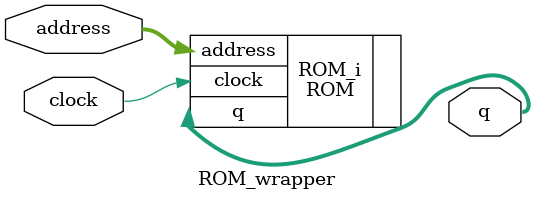
<source format=v>
`timescale 1 ps / 1 ps

module ROM_wrapper
   (address,
    clock,
    q);
  input [7:0]address;
  input clock;
  output [15:0]q;

  wire [7:0]address;
  wire clock;
  wire [15:0]q;

  ROM ROM_i
       (.address(address),
        .clock(clock),
        .q(q));
endmodule

</source>
